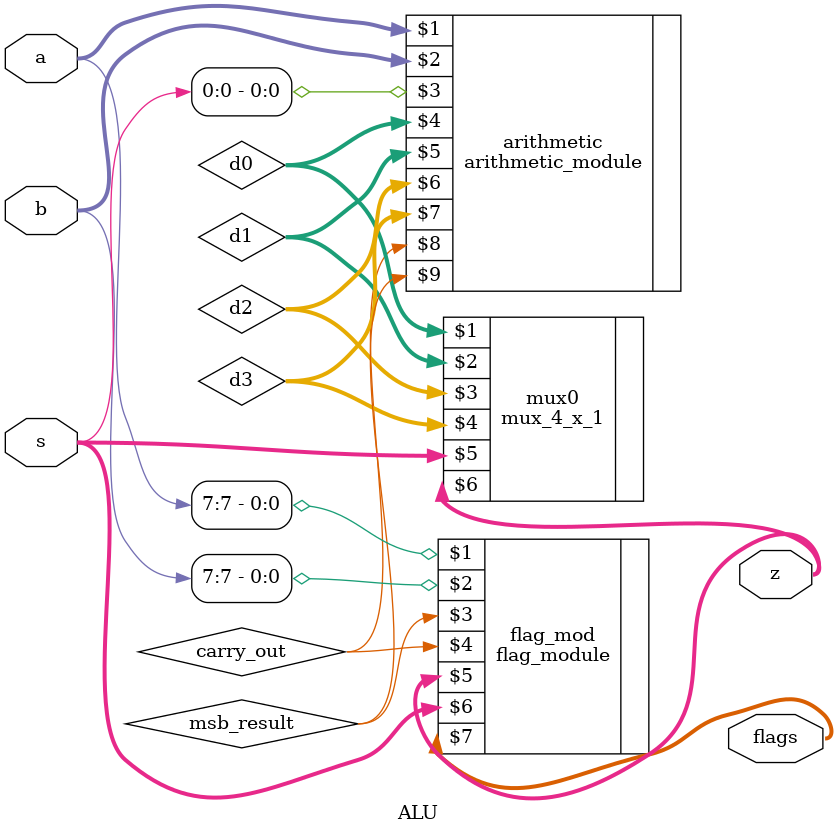
<source format=sv>
module ALU
	#(parameter N = 8)
	(input logic [N - 1 : 0] a, b, input logic [1:0] s, output logic [N - 1 : 0] z, output logic [3:0] flags);
	
	logic [N-1:0] d0, d1, d2, d3;
	logic carry_out, msb_result;
	
	arithmetic_module #(N) arithmetic(a, b, s[0], d0, d1, d2, d3, carry_out, msb_result);
	mux_4_x_1 #(N) mux0(d0, d1, d2, d3, s, z); 
	
	flag_module #(N) flag_mod(a[N - 1], b[N - 1], msb_result, carry_out, z, s, flags);
	
endmodule 
</source>
